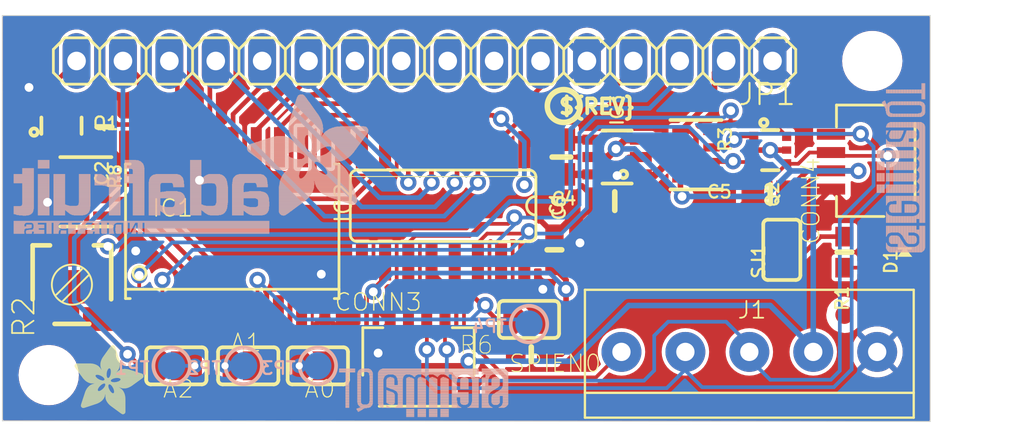
<source format=kicad_pcb>
(kicad_pcb (version 20221018) (generator pcbnew)
  (layers (0 "F.Cu" signal) (1 "In1.Cu" signal) (2 "In2.Cu" signal) (3 "In3.Cu" signal) (4 "In4.Cu" signal) (5 "In5.Cu" signal) (6 "In6.Cu" signal) (7 "In7.Cu" signal) (8 "In8.Cu" signal) (9 "In9.Cu" signal) (10 "In10.Cu" signal) (11 "In11.Cu" signal) (12 "In12.Cu" signal) (13 "In13.Cu" signal) (14 "In14.Cu" signal) (31 "B.Cu" signal) (34 "B.Paste" user) (35 "F.Paste" user) (36 "B.SilkS" user "B.Silkscreen") (37 "F.SilkS" user "F.Silkscreen") (38 "B.Mask" user) (39 "F.Mask" user) (44 "Edge.Cuts" user))
  (net 0 "")
  (net 1 "VCC")
  (net 2 "GND")
  (net 3 "RS")
  (net 4 "E")
  (net 5 "DB4")
  (net 6 "DB6")
  (net 7 "DB7")
  (net 8 "DB5")
  (net 9 "A0")
  (net 10 "A1")
  (net 11 "A2")
  (net 12 "CS")
  (net 13 "LEDK")
  (net 14 "LITE")
  (net 15 "CONTRAST")
  (net 16 "LATCH")
  (net 17 "5.0V")
  (net 18 "CLOCK_5V")
  (net 19 "DATA_5V")
  (net 20 "N$1")
  (net 21 "N$2")
  (net 22 "N$3")
  (net 23 "N$4")
  (net 24 "DATA_LV")
  (net 25 "CLOCK_LV")
  (footprint "working:SOLDERJUMPER_ARROW_NOPASTE" (layer "F.Cu") (at 140.3731 113.0681)
    (fp_text reference "A0")
    (fp_text value "")
  )
  (footprint "working:PLABEL3" (layer "F.Cu") (at 164.5031 108.4961 90)
    (fp_text reference "PLABEL3" hide)
    (fp_text value "" hide)
  )
  (footprint "working:PLABEL2" (layer "F.Cu") (at 161.0741 108.4961 90)
    (fp_text reference "PLABEL2" hide)
    (fp_text value "" hide)
  )
  (footprint "working:FIDUCIAL_1MM" (layer "F.Cu") (at 124.6251 95.2881)
    (fp_text reference "U$1" hide)
    (fp_text value "FIDUCIAL" hide)
  )
  (footprint "working:0603-NO" (layer "F.Cu") (at 153.3271 106.7181 90)
    (fp_text reference "C1")
    (fp_text value "0.1uF")
  )
  (footprint "working:PLABEL4" (layer "F.Cu") (at 157.3911 108.3691 90)
    (fp_text reference "PLABEL4" hide)
    (fp_text value "" hide)
  )
  (footprint "working:JST_SH4" (layer "F.Cu") (at 170.4721 101.8921 90)
    (fp_text reference "CONN4")
    (fp_text value "STEMMA_I2C_QT" hide)
  )
  (footprint "working:0603-NO" (layer "F.Cu") (at 169.2021 106.8451 -90)
    (fp_text reference "R1")
    (fp_text value "10K")
  )
  (footprint "working:PLABEL5" (layer "F.Cu") (at 131.4831 115.4811)
    (fp_text reference "PLABEL5" hide)
    (fp_text value "" hide)
  )
  (footprint "working:RESPACK_4X0603" (layer "F.Cu") (at 127.6731 103.5431 -90)
    (fp_text reference "R8")
    (fp_text value "4.7K Pack")
  )
  (footprint "working:PLABEL0" (layer "F.Cu") (at 168.3131 108.6231 90)
    (fp_text reference "PLABEL0" hide)
    (fp_text value "" hide)
  )
  (footprint "working:PLABEL8" (layer "F.Cu") (at 152.1206 113.7666)
    (fp_text reference "PLABEL8" hide)
    (fp_text value "" hide)
  )
  (footprint "working:SOLDERJUMPER_ARROW_NOPASTE" (layer "F.Cu") (at 136.5631 113.0681)
    (fp_text reference "A1")
    (fp_text value "")
  )
  (footprint "working:SOLDERJUMPER_CLOSEDWIRE" (layer "F.Cu") (at 165.7731 106.7181 90)
    (fp_text reference "SJ1")
    (fp_text value "")
  )
  (footprint "working:SOLDERJUMPER_ARROW_NOPASTE" (layer "F.Cu") (at 132.6261 113.0681)
    (fp_text reference "A2")
    (fp_text value "")
  )
  (footprint "working:PLABEL1" (layer "F.Cu") (at 171.4881 108.7501 90)
    (fp_text reference "PLABEL1" hide)
    (fp_text value "" hide)
  )
  (footprint "working:CHIPLED_0603_NOOUTLINE" (layer "F.Cu") (at 172.5041 106.8451)
    (fp_text reference "D1")
    (fp_text value "GREEN")
  )
  (footprint "working:0805-NO" (layer "F.Cu") (at 165.1381 103.6701 180)
    (fp_text reference "C5")
    (fp_text value "10uF")
  )
  (footprint "working:0805-NO" (layer "F.Cu") (at 156.6291 104.0511 180)
    (fp_text reference "C4")
    (fp_text value "10uF")
  )
  (footprint "working:0603-NO" (layer "F.Cu") (at 128.6891 99.9871 -90)
    (fp_text reference "C2")
    (fp_text value "0.1uF")
  )
  (footprint "working:SOLDERJUMPER_ARROW_NOPASTE" (layer "F.Cu") (at 151.9301 110.5281)
    (fp_text reference "SPIEN0")
    (fp_text value "")
  )
  (footprint "working:PLABEL7" (layer "F.Cu") (at 139.6111 115.3541)
    (fp_text reference "PLABEL7" hide)
    (fp_text value "" hide)
  )
  (footprint "working:ADAFRUIT_3.5MM" (layer "F.Cu") (at 127.0381 115.7351)
    (fp_text reference "U$4" hide)
    (fp_text value "" hide)
  )
  (footprint "working:PCBFEAT-REV-040" (layer "F.Cu") (at 153.8351 98.8441)
    (fp_text reference "U$7" hide)
    (fp_text value "" hide)
  )
  (footprint "working:RESPACK_4X0603" (layer "F.Cu") (at 161.0741 101.5111 -90)
    (fp_text reference "R3")
    (fp_text value "4.7K Pack")
  )
  (footprint "working:PLABEL11" (layer "F.Cu") (at 152.1206 115.0366)
    (fp_text reference "PLABEL11" hide)
    (fp_text value "" hide)
  )
  (footprint "working:0603-NO" (layer "F.Cu") (at 152.0571 112.4331 180)
    (fp_text reference "R6")
    (fp_text value "10K")
  )
  (footprint "working:1X05-3.5MM" (layer "F.Cu") (at 163.9951 112.3061)
    (fp_text reference "J1")
    (fp_text value "1X5" hide)
  )
  (footprint "working:1X16" (layer "F.Cu") (at 146.2151 96.3803 180)
    (fp_text reference "JP1")
    (fp_text value "")
  )
  (footprint "working:FIDUCIAL_1MM" (layer "F.Cu") (at 169.2021 110.2741)
    (fp_text reference "U$2" hide)
    (fp_text value "FIDUCIAL" hide)
  )
  (footprint "working:0805-NO" (layer "F.Cu") (at 153.7081 101.6381 -90)
    (fp_text reference "C6")
    (fp_text value "1uF")
  )
  (footprint "working:SOT23-6" (layer "F.Cu") (at 156.7561 101.6381 90)
    (fp_text reference "IC3")
    (fp_text value "AP3602/RT9361")
  )
  (footprint "working:JST_SH4" (layer "F.Cu") (at 145.8341 112.6871)
    (fp_text reference "CONN3")
    (fp_text value "STEMMA_I2C_QT" hide)
  )
  (footprint "working:SOT363" (layer "F.Cu") (at 165.1381 101.2571 -90)
    (fp_text reference "Q2")
    (fp_text value "BSS138")
  )
  (footprint "working:PLABEL9" (layer "F.Cu") (at 124.3711 109.3851 90)
    (fp_text reference "PLABEL9" hide)
    (fp_text value "" hide)
  )
  (footprint "working:SO18W" (layer "F.Cu") (at 135.6891 105.7021)
    (fp_text reference "IC1")
    (fp_text value "MCP23008/SO")
  )
  (footprint "" (layer "F.Cu") (at 125.6411 113.5761)
    (fp_text reference "@HOLE1" hide)
    (fp_text value "")
  )
  (footprint "" (layer "F.Cu") (at 170.7261 96.3803)
    (fp_text reference "@HOLE0" hide)
    (fp_text value "")
  )
  (footprint "working:SOT363" (layer "F.Cu") (at 126.3396 99.9236)
    (fp_text reference "Q1")
    (fp_text value "BSS138")
  )
  (footprint "working:PLABEL10" (layer "F.Cu") (at 130.0861 99.6061)
    (fp_text reference "PLABEL10" hide)
    (fp_text value "" hide)
  )
  (footprint "working:SO16" (layer "F.Cu") (at 147.2311 104.3051 180)
    (fp_text reference "IC2")
    (fp_text value "74HC595D")
  )
  (footprint "working:RTRIM3314J" (layer "F.Cu") (at 126.9111 108.6231)
    (fp_text reference "R2")
    (fp_text value "3314J-1-104E")
  )
  (footprint "working:PLABEL6" (layer "F.Cu") (at 135.5471 115.3541)
    (fp_text reference "PLABEL6" hide)
    (fp_text value "" hide)
  )
  (footprint "working:TESTPOINT_ROUND_1.5MM" (layer "B.Cu") (at 136.3091 113.0681 180)
    (fp_text reference "TP2")
    (fp_text value "")
  )
  (footprint "working:STEMMAQT" (layer "B.Cu") (at 170.9801 106.8451 90)
    (fp_text reference "U$11" hide)
    (fp_text value "" hide)
  )
  (footprint "working:TESTPOINT_ROUND_1.5MM" (layer "B.Cu") (at 151.9301 110.7821 180)
    (fp_text reference "TP4")
    (fp_text value "")
  )
  (footprint "working:STEMMAQT" (layer "B.Cu") (at 150.7871 115.8621 180)
    (fp_text reference "U$12" hide)
    (fp_text value "" hide)
  )
  (footprint "working:PLABEL12" (layer "B.Cu") (at 169.5831 109.5121 180)
    (fp_text reference "PLABEL12" hide)
    (fp_text value "" hide)
  )
  (footprint "working:TESTPOINT_ROUND_1.5MM" (layer "B.Cu") (at 140.3731 113.0681 180)
    (fp_text reference "TP3")
    (fp_text value "")
  )
  (footprint "working:ADAFRUIT_TEXT_20MM" (layer "B.Cu") (at 143.2941 105.8291 180)
    (fp_text reference "U$23" hide)
    (fp_text value "" hide)
  )
  (footprint "working:TESTPOINT_ROUND_1.5MM" (layer "B.Cu") (at 132.3721 113.0681 180)
    (fp_text reference "TP1")
    (fp_text value "")
  )
  (gr_line (start 123.1061 116.0781) (end 173.9011 116.1161) (stroke (width 0.05)) (layer "Edge.Cuts"))
  (gr_line (start 123.1011 93.8911) (end 123.1061 116.0781) (stroke (width 0.05)) (layer "Edge.Cuts"))
  (gr_line (start 173.9011 93.8911) (end 123.1011 93.8911) (stroke (width 0.05)) (layer "Edge.Cuts"))
  (gr_line (start 173.9011 116.1161) (end 173.9011 93.8911) (stroke (width 0.05)) (layer "Edge.Cuts"))
  (gr_text "" (at 141.5161 99.4791) (layer "F.SilkS") (effects (font (size 0.87376 0.87376) (thickness 0.14224)) (justify left bottom)))
  (segment (start 159.1081 100.6881) (end 159.5501 101.1301) (width 0.4064) (layer "F.Cu") (net 1))
  (segment (start 168.4661 102.3921) (end 169.9561 102.3921) (width 0.3048) (layer "F.Cu") (net 1))
  (segment (start 145.6891 113.0681) (end 145.3341 112.7131) (width 0.3048) (layer "F.Cu") (net 1))
  (segment (start 148.3741 113.0681) (end 145.6891 113.0681) (width 0.3048) (layer "F.Cu") (net 1))
  (segment (start 157.1981 100.6881) (end 158.0561 100.6881) (width 0.4064) (layer "F.Cu") (net 1))
  (segment (start 155.4561 101.6381) (end 156.2481 101.6381) (width 0.4064) (layer "F.Cu") (net 1))
  (segment (start 165.1381 101.2571) (end 166.0381 101.2571) (width 0.3048) (layer "F.Cu") (net 1))
  (segment (start 159.5501 101.1301) (end 160.2051 101.1301) (width 0.4064) (layer "F.Cu") (net 1))
  (segment (start 156.6926 101.1936) (end 157.1981 100.6881) (width 0.4064) (layer "F.Cu") (net 1))
  (segment (start 169.9561 102.3921) (end 169.9641 102.4001) (width 0.3048) (layer "F.Cu") (net 1))
  (segment (start 160.2051 101.1301) (end 160.2241 101.1111) (width 0.4064) (layer "F.Cu") (net 1))
  (segment (start 156.2481 101.6381) (end 156.6926 101.1936) (width 0.4064) (layer "F.Cu") (net 1))
  (segment (start 166.0881 103.6701) (end 166.0881 103.4821) (width 0.3048) (layer "F.Cu") (net 1))
  (segment (start 158.0561 100.6881) (end 159.1081 100.6881) (width 0.4064) (layer "F.Cu") (net 1))
  (segment (start 166.0881 103.4821) (end 167.1781 102.3921) (width 0.3048) (layer "F.Cu") (net 1))
  (segment (start 167.1781 102.3921) (end 168.4661 102.3921) (width 0.3048) (layer "F.Cu") (net 1))
  (segment (start 160.2241 102.8111) (end 160.2241 103.7091) (width 0.3048) (layer "F.Cu") (net 1))
  (segment (start 145.3341 110.6811) (end 145.3341 112.7131) (width 0.3048) (layer "F.Cu") (net 1))
  (segment (start 160.2241 103.7091) (end 160.3121 103.7971) (width 0.3048) (layer "F.Cu") (net 1))
  (segment (start 148.6281 112.8141) (end 148.3741 113.0681) (width 0.3048) (layer "F.Cu") (net 1))
  (segment (start 164.2381 101.2571) (end 165.1381 101.2571) (width 0.3048) (layer "F.Cu") (net 1))
  (via (at 148.6281 112.8141) (size 0.889) (drill 0.4826) (layers "F.Cu" "B.Cu") (net 1))
  (via (at 160.3121 103.7971) (size 0.889) (drill 0.4826) (layers "F.Cu" "B.Cu") (net 1))
  (via (at 156.6926 101.1936) (size 0.889) (drill 0.4826) (layers "F.Cu" "B.Cu") (net 1))
  (via (at 165.1381 101.2571) (size 0.889) (drill 0.4826) (layers "F.Cu" "B.Cu") (net 1))
  (via (at 169.9641 102.4001) (size 0.889) (drill 0.4826) (layers "F.Cu" "B.Cu") (net 1))
  (segment (start 166.2811 102.4001) (end 165.1381 101.2571) (width 0.3048) (layer "B.Cu") (net 1))
  (segment (start 160.3121 103.7971) (end 164.8841 103.7971) (width 0.3048) (layer "B.Cu") (net 1))
  (segment (start 169.9641 102.4001) (end 167.6781 102.4001) (width 0.3048) (layer "B.Cu") (net 1))
  (segment (start 165.1381 109.7661) (end 157.3911 109.7661) (width 0.3048) (layer "B.Cu") (net 1))
  (segment (start 164.8841 103.7971) (end 166.2811 102.4001) (width 0.3048) (layer "B.Cu") (net 1))
  (segment (start 167.4951 112.3061) (end 167.4951 112.1231) (width 0.3048) (layer "B.Cu") (net 1))
  (segment (start 167.6781 102.4001) (end 167.4951 102.5831) (width 0.3048) (layer "B.Cu") (net 1))
  (segment (start 148.6281 112.8141) (end 154.3431 112.8141) (width 0.3048) (layer "B.Cu") (net 1))
  (segment (start 167.4951 112.1231) (end 165.1381 109.7661) (width 0.3048) (layer "B.Cu") (net 1))
  (segment (start 160.3121 103.7971) (end 157.7086 101.1936) (width 0.3048) (layer "B.Cu") (net 1))
  (segment (start 167.4951 102.5831) (end 167.4951 112.3061) (width 0.3048) (layer "B.Cu") (net 1))
  (segment (start 157.7086 101.1936) (end 156.6926 101.1936) (width 0.3048) (layer "B.Cu") (net 1))
  (segment (start 157.3911 109.7661) (end 154.3431 112.8141) (width 0.3048) (layer "B.Cu") (net 1))
  (segment (start 167.6781 102.4001) (end 166.2811 102.4001) (width 0.3048) (layer "B.Cu") (net 1))
  (segment (start 157.3911 101.6381) (end 156.7561 102.2731) (width 0.254) (layer "F.Cu") (net 2))
  (segment (start 156.7561 102.9741) (end 155.6791 104.0511) (width 0.254) (layer "F.Cu") (net 2))
  (segment (start 156.7561 102.6541) (end 156.7561 102.9741) (width 0.254) (layer "F.Cu") (net 2))
  (segment (start 156.7561 102.2731) (end 156.7561 102.6541) (width 0.254) (layer "F.Cu") (net 2))
  (segment (start 158.0561 101.6381) (end 157.3911 101.6381) (width 0.254) (layer "F.Cu") (net 2))
  (via (at 143.6751 112.3696) (size 0.889) (drill 0.4826) (layers "F.Cu" "B.Cu") (net 2))
  (via (at 140.5636 108.0516) (size 0.889) (drill 0.4826) (layers "F.Cu" "B.Cu") (net 2))
  (via (at 152.6921 108.8771) (size 0.889) (drill 0.4826) (layers "F.Cu" "B.Cu") (net 2))
  (via (at 154.7241 106.3371) (size 0.889) (drill 0.4826) (layers "F.Cu" "B.Cu") (net 2))
  (via (at 125.5776 104.1146) (size 0.889) (drill 0.4826) (layers "F.Cu" "B.Cu") (net 2))
  (via (at 124.5616 97.8281) (size 0.889) (drill 0.4826) (layers "F.Cu" "B.Cu") (net 2))
  (via (at 133.8961 102.9081) (size 0.889) (drill 0.4826) (layers "F.Cu" "B.Cu") (net 2))
  (via (at 156.7561 102.6541) (size 0.889) (drill 0.4826) (layers "F.Cu" "B.Cu") (net 2))
  (via (at 130.4036 106.7816) (size 0.889) (drill 0.4826) (layers "F.Cu" "B.Cu") (net 2))
  (segment (start 153.7081 98.4631) (end 155.9941 98.4631) (width 0.254) (layer "F.Cu") (net 3))
  (segment (start 151.6761 101.2317) (end 152.5651 100.3427) (width 0.254) (layer "F.Cu") (net 3))
  (segment (start 150.2791 99.6696) (end 149.9616 99.3521) (width 0.254) (layer "F.Cu") (net 3))
  (segment (start 152.5651 99.6061) (end 153.7081 98.4631) (width 0.254) (layer "F.Cu") (net 3))
  (segment (start 152.5651 99.6061) (end 152.5651 100.3427) (width 0.254) (layer "F.Cu") (net 3))
  (segment (start 140.464821 99.3521) (end 149.9616 99.3521) (width 0.254) (layer "F.Cu") (net 3))
  (segment (start 140.464821 99.3521) (end 139.5441 100.272822) (width 0.254) (layer "F.Cu") (net 3))
  (segment (start 151.6761 103.1621) (end 151.6761 101.2317) (width 0.254) (layer "F.Cu") (net 3))
  (segment (start 157.6451 96.8121) (end 157.6451 96.3803) (width 0.254) (layer "F.Cu") (net 3))
  (segment (start 139.5441 101.1021) (end 139.5441 100.272822) (width 0.254) (layer "F.Cu") (net 3))
  (segment (start 155.9941 98.4631) (end 157.6451 96.8121) (width 0.254) (layer "F.Cu") (net 3))
  (segment (start 150.2791 99.6696) (end 150.4061 99.5426) (width 0.254) (layer "F.Cu") (net 3))
  (via (at 151.6761 103.1621) (size 0.889) (drill 0.4826) (layers "F.Cu" "B.Cu") (net 3))
  (via (at 150.4061 99.5426) (size 0.889) (drill 0.4826) (layers "F.Cu" "B.Cu") (net 3))
  (segment (start 151.6761 100.8126) (end 151.6761 103.1621) (width 0.254) (layer "B.Cu") (net 3))
  (segment (start 150.4061 99.5426) (end 151.6761 100.8126) (width 0.254) (layer "B.Cu") (net 3))
  (segment (start 139.59835 98.7171) (end 138.2741 100.04135) (width 0.254) (layer "F.Cu") (net 4))
  (segment (start 152.5651 97.8281) (end 152.5651 96.3803) (width 0.254) (layer "F.Cu") (net 4))
  (segment (start 138.2741 101.1021) (end 138.2741 100.04135) (width 0.254) (layer "F.Cu") (net 4))
  (segment (start 150.4061 100.638194) (end 150.4061 101.2317) (width 0.254) (layer "F.Cu") (net 4))
  (segment (start 151.2951 99.749194) (end 150.4061 100.638194) (width 0.254) (layer "F.Cu") (net 4))
  (segment (start 151.2951 98.7171) (end 151.6761 98.7171) (width 0.254) (layer "F.Cu") (net 4))
  (segment (start 151.2951 98.7171) (end 151.2951 99.749194) (width 0.254) (layer "F.Cu") (net 4))
  (segment (start 151.6761 98.7171) (end 152.5651 97.8281) (width 0.254) (layer "F.Cu") (net 4))
  (segment (start 139.59835 98.7171) (end 151.2951 98.7171) (width 0.254) (layer "F.Cu") (net 4))
  (segment (start 137.0041 101.1021) (end 137.0041 100.1811) (width 0.254) (layer "F.Cu") (net 5))
  (segment (start 137.0041 100.1811) (end 139.8651 97.3201) (width 0.254) (layer "F.Cu") (net 5))
  (segment (start 145.3261 101.2317) (end 145.3261 103.0351) (width 0.254) (layer "F.Cu") (net 5))
  (segment (start 139.8651 97.3201) (end 139.8651 96.3803) (width 0.254) (layer "F.Cu") (net 5))
  (via (at 145.3261 103.0351) (size 0.889) (drill 0.4826) (layers "F.Cu" "B.Cu") (net 5))
  (segment (start 139.8651 97.5741) (end 139.8651 96.3803) (width 0.254) (layer "B.Cu") (net 5))
  (segment (start 145.3261 103.0351) (end 139.8651 97.5741) (width 0.254) (layer "B.Cu") (net 5))
  (segment (start 147.9931 103.0351) (end 147.8661 103.0351) (width 0.254) (layer "F.Cu") (net 6))
  (segment (start 147.8661 101.2317) (end 147.9931 101.3587) (width 0.254) (layer "F.Cu") (net 6))
  (segment (start 134.7851 96.3803) (end 134.4641 96.7013) (width 0.254) (layer "F.Cu") (net 6))
  (segment (start 147.9931 101.3587) (end 147.9931 103.0351) (width 0.254) (layer "F.Cu") (net 6))
  (segment (start 134.4641 96.7013) (end 134.4641 101.1021) (width 0.254) (layer "F.Cu") (net 6))
  (via (at 147.8661 103.0351) (size 0.889) (drill 0.4826) (layers "F.Cu" "B.Cu") (net 6))
  (segment (start 147.8661 103.2891) (end 146.7866 104.3686) (width 0.254) (layer "B.Cu") (net 6))
  (segment (start 142.7734 104.3686) (end 134.7851 96.3803) (width 0.254) (layer "B.Cu") (net 6))
  (segment (start 147.8661 103.0351) (end 147.8661 103.2891) (width 0.254) (layer "B.Cu") (net 6))
  (segment (start 146.7866 104.3686) (end 142.7734 104.3686) (width 0.254) (layer "B.Cu") (net 6))
  (segment (start 132.2451 96.3803) (end 132.2451 96.8883) (width 0.254) (layer "F.Cu") (net 7))
  (segment (start 132.6861 97.3293) (end 132.6861 98.4351) (width 0.254) (layer "F.Cu") (net 7))
  (segment (start 133.1941 98.9431) (end 132.6861 98.4351) (width 0.254) (layer "F.Cu") (net 7))
  (segment (start 133.1941 98.9431) (end 133.1941 101.1021) (width 0.254) (layer "F.Cu") (net 7))
  (segment (start 132.6861 97.3293) (end 132.2451 96.8883) (width 0.254) (layer "F.Cu") (net 7))
  (segment (start 149.1361 101.2317) (end 149.1361 103.0351) (width 0.254) (layer "F.Cu") (net 7))
  (via (at 149.1361 103.0351) (size 0.889) (drill 0.4826) (layers "F.Cu" "B.Cu") (net 7))
  (segment (start 147.2946 104.8766) (end 140.7414 104.8766) (width 0.254) (layer "B.Cu") (net 7))
  (segment (start 149.1361 103.0351) (end 147.2946 104.8766) (width 0.254) (layer "B.Cu") (net 7))
  (segment (start 140.7414 104.8766) (end 132.2451 96.3803) (width 0.254) (layer "B.Cu") (net 7))
  (segment (start 137.3251 97.7011) (end 137.3251 96.3803) (width 0.254) (layer "F.Cu") (net 8))
  (segment (start 146.5961 101.2317) (end 146.5961 103.0351) (width 0.254) (layer "F.Cu") (net 8))
  (segment (start 135.7341 101.1021) (end 135.7341 99.2921) (width 0.254) (layer "F.Cu") (net 8))
  (segment (start 135.7341 99.2921) (end 137.3251 97.7011) (width 0.254) (layer "F.Cu") (net 8))
  (via (at 146.5961 103.0351) (size 0.889) (drill 0.4826) (layers "F.Cu" "B.Cu") (net 8))
  (segment (start 145.922037 103.8606) (end 143.7386 103.8606) (width 0.254) (layer "B.Cu") (net 8))
  (segment (start 146.5961 103.186538) (end 145.922037 103.8606) (width 0.254) (layer "B.Cu") (net 8))
  (segment (start 143.7386 103.8606) (end 137.3251 97.4471) (width 0.254) (layer "B.Cu") (net 8))
  (segment (start 146.5961 103.0351) (end 146.5961 103.186538) (width 0.254) (layer "B.Cu") (net 8))
  (segment (start 137.3251 97.4471) (end 137.3251 96.3803) (width 0.254) (layer "B.Cu") (net 8))
  (segment (start 130.3211 103.1431) (end 135.6741 108.4961) (width 0.254) (layer "F.Cu") (net 9))
  (segment (start 135.6741 110.3021) (end 135.6741 111.7981) (width 0.254) (layer "F.Cu") (net 9))
  (segment (start 138.0871 111.7981) (end 139.3571 113.0681) (width 0.254) (layer "F.Cu") (net 9))
  (segment (start 138.0871 111.7981) (end 135.6741 111.7981) (width 0.254) (layer "F.Cu") (net 9))
  (segment (start 135.6741 108.4961) (end 135.6741 110.3021) (width 0.254) (layer "F.Cu") (net 9))
  (segment (start 128.5231 103.1431) (end 130.3211 103.1431) (width 0.254) (layer "F.Cu") (net 9))
  (via (at 139.3571 113.0681) (size 0.8001) (drill 0.3937) (layers "F.Cu" "B.Cu") (net 9))
  (segment (start 140.3731 113.0681) (end 139.3571 113.0681) (width 0.2032) (layer "B.Cu") (net 9))
  (segment (start 134.4041 110.3021) (end 134.4041 111.9251) (width 0.254) (layer "F.Cu") (net 10))
  (segment (start 134.4041 111.9251) (end 135.5471 113.0681) (width 0.254) (layer "F.Cu") (net 10))
  (segment (start 128.5231 103.9431) (end 130.1051 103.9431) (width 0.254) (layer "F.Cu") (net 10))
  (segment (start 134.4041 108.2421) (end 134.4041 110.3021) (width 0.254) (layer "F.Cu") (net 10))
  (segment (start 135.5471 113.0681) (end 135.2931 113.0681) (width 0.254) (layer "F.Cu") (net 10))
  (segment (start 134.4041 108.2421) (end 130.1051 103.9431) (width 0.254) (layer "F.Cu") (net 10))
  (via (at 135.2931 113.0681) (size 0.8001) (drill 0.3937) (layers "F.Cu" "B.Cu") (net 10))
  (segment (start 136.3091 113.0681) (end 135.2931 113.0681) (width 0.2032) (layer "B.Cu") (net 10))
  (segment (start 130.1161 104.8431) (end 133.192825 107.919825) (width 0.254) (layer "F.Cu") (net 11))
  (segment (start 133.192825 110.243375) (end 133.1341 110.3021) (width 0.254) (layer "F.Cu") (net 11))
  (segment (start 133.6421 113.0681) (end 133.1341 113.0681) (width 0.254) (layer "F.Cu") (net 11))
  (segment (start 133.1341 110.3021) (end 133.1341 113.0681) (width 0.254) (layer "F.Cu") (net 11))
  (segment (start 133.192825 107.919825) (end 133.192825 110.243375) (width 0.254) (layer "F.Cu") (net 11))
  (segment (start 128.5231 104.8431) (end 130.1161 104.8431) (width 0.254) (layer "F.Cu") (net 11))
  (via (at 133.6421 113.0681) (size 0.8001) (drill 0.3937) (layers "F.Cu" "B.Cu") (net 11))
  (segment (start 132.3721 113.0681) (end 133.6421 113.0681) (width 0.2032) (layer "B.Cu") (net 11))
  (segment (start 149.538937 109.744263) (end 149.4536 109.8296) (width 0.2032) (layer "F.Cu") (net 12))
  (segment (start 147.8661 108.2421) (end 149.4536 109.8296) (width 0.254) (layer "F.Cu") (net 12))
  (segment (start 137.0711 109.949235) (end 136.9441 110.3021) (width 0.2032) (layer "F.Cu") (net 12))
  (segment (start 150.1521 110.5281) (end 150.9141 110.5281) (width 0.254) (layer "F.Cu") (net 12))
  (segment (start 150.9141 110.5281) (end 150.9141 112.1401) (width 0.254) (layer "F.Cu") (net 12))
  (segment (start 150.9141 112.1401) (end 151.2071 112.4331) (width 0.254) (layer "F.Cu") (net 12))
  (segment (start 147.8661 107.3785) (end 147.8661 108.2421) (width 0.254) (layer "F.Cu") (net 12))
  (segment (start 137.0711 108.3691) (end 137.0711 109.949235) (width 0.2032) (layer "F.Cu") (net 12))
  (segment (start 149.4536 109.8296) (end 150.1521 110.5281) (width 0.254) (layer "F.Cu") (net 12))
  (via (at 149.538937 109.744263) (size 0.889) (drill 0.4826) (layers "F.Cu" "B.Cu") (net 12))
  (via (at 137.0711 108.3691) (size 0.889) (drill 0.4826) (layers "F.Cu" "B.Cu") (net 12))
  (segment (start 151.6761 110.5281) (end 151.9301 110.7821) (width 0.2032) (layer "B.Cu") (net 12))
  (segment (start 137.0711 108.3691) (end 139.2301 110.5281) (width 0.2032) (layer "B.Cu") (net 12))
  (segment (start 148.7551 110.5281) (end 149.538937 109.744263) (width 0.2032) (layer "B.Cu") (net 12))
  (segment (start 148.7551 110.5281) (end 151.6761 110.5281) (width 0.2032) (layer "B.Cu") (net 12))
  (segment (start 139.2301 110.5281) (end 148.7551 110.5281) (width 0.2032) (layer "B.Cu") (net 12))
  (segment (start 125.5896 97.9558) (end 127.1651 96.3803) (width 0.254) (layer "F.Cu") (net 13))
  (segment (start 125.5896 99.0236) (end 125.5896 97.9558) (width 0.254) (layer "F.Cu") (net 13))
  (segment (start 128.5231 102.2431) (end 128.0426 102.2431) (width 0.254) (layer "F.Cu") (net 14))
  (segment (start 131.950503 102.5606) (end 128.8406 102.5606) (width 0.254) (layer "F.Cu") (net 14))
  (segment (start 126.5936 101.4586) (end 126.3396 101.2046) (width 0.254) (layer "F.Cu") (net 14))
  (segment (start 131.8941 101.1021) (end 131.8941 102.8111) (width 0.254) (layer "F.Cu") (net 14))
  (segment (start 144.0561 102.1461) (end 144.0561 101.2317) (width 0.254) (layer "F.Cu") (net 14))
  (segment (start 127.2581 101.4586) (end 126.5936 101.4586) (width 0.254) (layer "F.Cu") (net 14))
  (segment (start 126.3396 100.8236) (end 126.3396 101.2046) (width 0.254) (layer "F.Cu") (net 14))
  (segment (start 142.2781 103.9241) (end 144.0561 102.1461) (width 0.254) (layer "F.Cu") (net 14))
  (segment (start 131.8941 102.434038) (end 131.8941 101.1021) (width 0.254) (layer "F.Cu") (net 14))
  (segment (start 128.5231 102.2431) (end 128.8406 102.5606) (width 0.254) (layer "F.Cu") (net 14))
  (segment (start 133.0071 103.9241) (end 142.2781 103.9241) (width 0.254) (layer "F.Cu") (net 14))
  (segment (start 128.0426 102.2431) (end 127.2581 101.4586) (width 0.254) (layer "F.Cu") (net 14))
  (segment (start 131.8941 102.8111) (end 133.0071 103.9241) (width 0.254) (layer "F.Cu") (net 14))
  (segment (start 131.950503 102.5606) (end 131.8941 102.434038) (width 0.254) (layer "F.Cu") (net 14))
  (segment (start 126.9111 106.6231) (end 127.0701 106.4641) (width 0.254) (layer "F.Cu") (net 15))
  (segment (start 128.8161 106.4641) (end 127.0701 106.4641) (width 0.254) (layer "F.Cu") (net 15))
  (segment (start 128.8796 106.5276) (end 128.8161 106.4641) (width 0.254) (layer "F.Cu") (net 15))
  (via (at 128.8796 106.5276) (size 0.889) (drill 0.4826) (layers "F.Cu" "B.Cu") (net 15))
  (segment (start 150.9014 104.0638) (end 153.9494 104.0638) (width 0.254) (layer "B.Cu") (net 15))
  (segment (start 160.1851 97.3201) (end 160.1851 96.3803) (width 0.254) (layer "B.Cu") (net 15))
  (segment (start 130.0353 105.8799) (end 149.0853 105.8799) (width 0.254) (layer "B.Cu") (net 15))
  (segment (start 153.9494 104.0638) (end 154.2161 103.7971) (width 0.254) (layer "B.Cu") (net 15))
  (segment (start 154.2161 103.7971) (end 154.2161 100.1141) (width 0.254) (layer "B.Cu") (net 15))
  (segment (start 149.0853 105.8799) (end 150.9014 104.0638) (width 0.254) (layer "B.Cu") (net 15))
  (segment (start 128.8796 106.5276) (end 129.3876 106.5276) (width 0.254) (layer "B.Cu") (net 15))
  (segment (start 154.2161 100.1141) (end 155.3591 98.9711) (width 0.254) (layer "B.Cu") (net 15))
  (segment (start 130.0353 105.8799) (end 129.3876 106.5276) (width 0.254) (layer "B.Cu") (net 15))
  (segment (start 155.3591 98.9711) (end 158.5341 98.9711) (width 0.254) (layer "B.Cu") (net 15))
  (segment (start 158.5341 98.9711) (end 160.1851 97.3201) (width 0.254) (layer "B.Cu") (net 15))
  (segment (start 147.40965 108.6993) (end 147.4343 108.6993) (width 0.2032) (layer "F.Cu") (net 16))
  (segment (start 148.3741 111.4171) (end 150.6601 113.7031) (width 0.2032) (layer "F.Cu") (net 16))
  (segment (start 146.5961 107.88575) (end 147.40965 108.6993) (width 0.2032) (layer "F.Cu") (net 16))
  (segment (start 146.5961 107.3785) (end 146.5961 107.88575) (width 0.2032) (layer "F.Cu") (net 16))
  (segment (start 148.3741 109.6391) (end 148.3741 111.4171) (width 0.2032) (layer "F.Cu") (net 16))
  (segment (start 147.4343 108.6993) (end 148.3741 109.6391) (width 0.2032) (layer "F.Cu") (net 16))
  (segment (start 155.5981 113.7031) (end 156.9951 112.3061) (width 0.2032) (layer "F.Cu") (net 16))
  (segment (start 150.6601 113.7031) (end 155.5981 113.7031) (width 0.2032) (layer "F.Cu") (net 16))
  (segment (start 130.5941 99.8601) (end 130.5941 101.1021) (width 0.254) (layer "F.Cu") (net 17))
  (segment (start 143.0401 109.2581) (end 143.4211 108.8771) (width 0.254) (layer "F.Cu") (net 17))
  (segment (start 158.0561 102.5881) (end 158.0561 102.6541) (width 0.4064) (layer "F.Cu") (net 17))
  (segment (start 158.0561 102.6541) (end 158.0561 103.5741) (width 0.4064) (layer "F.Cu") (net 17))
  (segment (start 160.2241 100.2111) (end 162.0901 98.3451) (width 0.3048) (layer "F.Cu") (net 17))
  (segment (start 162.0901 97.0153) (end 162.7251 96.3803) (width 0.3048) (layer "F.Cu") (net 17))
  (segment (start 158.7881 102.6541) (end 158.0561 102.6541) (width 0.4064) (layer "F.Cu") (net 17))
  (segment (start 144.0561 108.2421) (end 144.0561 107.3785) (width 0.254) (layer "F.Cu") (net 17))
  (segment (start 160.9281 101.9111) (end 160.2241 101.9111) (width 0.3048) (layer "F.Cu") (net 17))
  (segment (start 165.7731 105.9561) (end 157.7721 105.9561) (width 0.2032) (layer "F.Cu") (net 17))
  (segment (start 141.3891 113.7031) (end 141.3891 113.0681) (width 0.254) (layer "F.Cu") (net 17))
  (segment (start 160.2241 101.9111) (end 159.5311 101.9111) (width 0.4064) (layer "F.Cu") (net 17))
  (segment (start 157.7721 105.9561) (end 157.5791 106.1491) (width 0.2032) (layer "F.Cu") (net 17))
  (segment (start 131.4831 113.1316) (end 131.8641 113.1316) (width 0.254) (layer "F.Cu") (net 17))
  (segment (start 158.0561 103.5741) (end 157.5791 104.0511) (width 0.4064) (layer "F.Cu") (net 17))
  (segment (start 128.4031 110.5061) (end 128.4031 110.8771) (width 0.254) (layer "F.Cu") (net 17))
  (segment (start 131.6101 114.3381) (end 137.5791 114.3381) (width 0.254) (layer "F.Cu") (net 17))
  (segment (start 141.3891 113.7031) (end 140.7541 114.3381) (width 0.254) (layer "F.Cu") (net 17))
  (segment (start 153.1375 107.3785) (end 151.6761 107.3785) (width 0.3048) (layer "F.Cu") (net 17))
  (segment (start 130.6576 113.1316) (end 129.9591 112.4331) (width 0.254) (layer "F.Cu") (net 17))
  (segment (start 143.4211 108.8771) (end 144.0561 108.2421) (width 0.254) (layer "F.Cu") (net 17))
  (segment (start 153.3271 107.5681) (end 153.1375 107.3785) (width 0.3048) (layer "F.Cu") (net 17))
  (segment (start 143.4211 109.005688) (end 143.409987 109.0168) (width 0.254) (layer "F.Cu") (net 17))
  (segment (start 153.9621 112.1791) (end 153.9621 108.8771) (width 0.3048) (layer "F.Cu") (net 17))
  (segment (start 161.0741 100.4951) (end 161.0741 101.7651) (width 0.3048) (layer "F.Cu") (net 17))
  (segment (start 143.4211 108.8771) (end 143.4211 109.005688) (width 0.254) (layer "F.Cu") (net 17))
  (segment (start 156.1601 107.5681) (end 157.5791 106.1491) (width 0.3048) (layer "F.Cu") (net 17))
  (segment (start 137.5791 114.3381) (end 137.5791 113.0681) (width 0.254) (layer "F.Cu") (net 17))
  (segment (start 153.7081 112.4331) (end 153.9621 112.1791) (width 0.3048) (layer "F.Cu") (net 17))
  (segment (start 160.2241 100.2111) (end 160.7901 100.2111) (width 0.3048) (layer "F.Cu") (net 17))
  (segment (start 141.1351 112.8141) (end 143.0401 110.9091) (width 0.254) (layer "F.Cu") (net 17))
  (segment (start 129.7051 96.3803) (end 130.5941 97.2693) (width 0.254) (layer "F.Cu") (net 17))
  (segment (start 143.0401 110.9091) (end 143.0401 109.2581) (width 0.254) (layer "F.Cu") (net 17))
  (segment (start 129.4121 99.8601) (end 130.5941 99.8601) (width 0.254) (layer "F.Cu") (net 17))
  (segment (start 157.5791 106.1491) (end 157.5791 104.0511) (width 0.3048) (layer "F.Cu") (net 17))
  (segment (start 152.9071 112.4331) (end 153.7081 112.4331) (width 0.3048) (layer "F.Cu") (net 17))
  (segment (start 153.9621 108.3691) (end 153.3271 107.7341) (width 0.3048) (layer "F.Cu") (net 17))
  (segment (start 130.6576 113.1316) (end 131.4831 113.1316) (width 0.254) (layer "F.Cu") (net 17))
  (segment (start 131.6101 113.16335) (end 131.6101 114.3381) (width 0.254) (layer "F.Cu") (net 17))
  (segment (start 128.6891 99.1371) (end 129.4121 99.8601) (width 0.254) (layer "F.Cu") (net 17))
  (segment (start 153.3271 107.5681) (end 156.1601 107.5681) (width 0.3048) (layer "F.Cu") (net 17))
  (segment (start 159.5311 101.9111) (end 158.7881 102.6541) (width 0.4064) (layer "F.Cu") (net 17))
  (segment (start 153.3271 107.7341) (end 153.3271 107.5681) (width 0.3048) (layer "F.Cu") (net 17))
  (segment (start 141.3891 113.0681) (end 141.1351 112.8141) (width 0.254) (layer "F.Cu") (net 17))
  (segment (start 153.9621 108.8771) (end 153.9621 108.3691) (width 0.3048) (layer "F.Cu") (net 17))
  (segment (start 162.0901 98.3451) (end 162.0901 97.0153) (width 0.3048) (layer "F.Cu") (net 17))
  (segment (start 161.0741 101.7651) (end 160.9281 101.9111) (width 0.3048) (layer "F.Cu") (net 17))
  (segment (start 131.6101 113.0681) (end 131.8641 113.1316) (width 0.254) (layer "F.Cu") (net 17))
  (segment (start 137.5791 114.3381) (end 140.7541 114.3381) (width 0.254) (layer "F.Cu") (net 17))
  (segment (start 131.4831 113.1316) (end 131.6101 113.16335) (width 0.254) (layer "F.Cu") (net 17))
  (segment (start 160.7901 100.2111) (end 161.0741 100.4951) (width 0.3048) (layer "F.Cu") (net 17))
  (segment (start 130.5941 97.2693) (end 130.5941 99.8601) (width 0.254) (layer "F.Cu") (net 17))
  (segment (start 128.4031 110.8771) (end 129.9591 112.4331) (width 0.254) (layer "F.Cu") (net 17))
  (via (at 153.9621 108.8771) (size 0.889) (drill 0.4826) (layers "F.Cu" "B.Cu") (net 17))
  (via (at 143.409987 109.0168) (size 0.889) (drill 0.4826) (layers "F.Cu" "B.Cu") (net 17))
  (via (at 129.9591 112.4331) (size 0.889) (drill 0.4826) (layers "F.Cu" "B.Cu") (net 17))
  (segment (start 153.0731 107.9881) (end 153.9621 108.8771) (width 0.254) (layer "B.Cu") (net 17))
  (segment (start 143.409987 109.0168) (end 144.438687 107.9881) (width 0.254) (layer "B.Cu") (net 17))
  (segment (start 127.0381 106.0831) (end 127.0381 109.5121) (width 0.254) (layer "B.Cu") (net 17))
  (segment (start 129.9591 112.4331) (end 127.0381 109.5121) (width 0.254) (layer "B.Cu") (net 17))
  (segment (start 129.7051 103.4161) (end 127.0381 106.0831) (width 0.254) (layer "B.Cu") (net 17))
  (segment (start 129.7051 96.3803) (end 129.7051 103.4161) (width 0.254) (layer "B.Cu") (net 17))
  (segment (start 144.438687 107.9881) (end 153.0731 107.9881) (width 0.254) (layer "B.Cu") (net 17))
  (segment (start 150.791893 105.2957) (end 151.134793 104.9528) (width 0.2032) (layer "F.Cu") (net 18))
  (segment (start 145.3261 107.3785) (end 145.3261 106.3371) (width 0.2032) (layer "F.Cu") (net 18))
  (segment (start 162.9791 99.6061) (end 162.8521 99.7331) (width 0.2032) (layer "F.Cu") (net 18))
  (segment (start 148.688362 105.9561) (end 149.348762 105.2957) (width 0.2032) (layer "F.Cu") (net 18))
  (segment (start 145.3261 106.3371) (end 145.7071 105.9561) (width 0.2032) (layer "F.Cu") (net 18))
  (segment (start 161.9241 100.2111) (end 162.4021 99.7331) (width 0.2032) (layer "F.Cu") (net 18))
  (segment (start 162.4021 99.7331) (end 162.8521 99.7331) (width 0.2032) (layer "F.Cu") (net 18))
  (segment (start 145.7071 105.9561) (end 148.688362 105.9561) (width 0.2032) (layer "F.Cu") (net 18))
  (segment (start 162.9791 99.0981) (end 162.9791 99.6061) (width 0.2032) (layer "F.Cu") (net 18))
  (segment (start 149.348762 105.2957) (end 150.791893 105.2957) (width 0.2032) (layer "F.Cu") (net 18))
  (segment (start 165.2641 99.7331) (end 166.0381 100.5071) (width 0.2032) (layer "F.Cu") (net 18))
  (segment (start 130.5941 108.1151) (end 130.5941 110.3021) (width 0.2032) (layer "F.Cu") (net 18))
  (segment (start 162.8521 99.7331) (end 165.2641 99.7331) (width 0.2032) (layer "F.Cu") (net 18))
  (via (at 151.134793 104.9528) (size 0.889) (drill 0.4826) (layers "F.Cu" "B.Cu") (net 18))
  (via (at 130.5941 108.1151) (size 0.889) (drill 0.4826) (layers "F.Cu" "B.Cu") (net 18))
  (via (at 162.9791 99.0981) (size 0.889) (drill 0.4826) (layers "F.Cu" "B.Cu") (net 18))
  (segment (start 151.134793 104.9528) (end 154.009662 104.9528) (width 0.2032) (layer "B.Cu") (net 18))
  (segment (start 162.5981 99.4791) (end 162.9791 99.0981) (width 0.2032) (layer "B.Cu") (net 18))
  (segment (start 151.134793 105.329007) (end 150.1521 106.3117) (width 0.2032) (layer "B.Cu") (net 18))
  (segment (start 150.1521 106.3117) (end 132.3975 106.3117) (width 0.2032) (layer "B.Cu") (net 18))
  (segment (start 132.3975 106.3117) (end 130.5941 108.1151) (width 0.2032) (layer "B.Cu") (net 18))
  (segment (start 154.6987 100.326763) (end 155.546362 99.4791) (width 0.2032) (layer "B.Cu") (net 18))
  (segment (start 162.5981 99.4791) (end 155.546362 99.4791) (width 0.2032) (layer "B.Cu") (net 18))
  (segment (start 151.134793 104.9528) (end 151.134793 105.329007) (width 0.2032) (layer "B.Cu") (net 18))
  (segment (start 154.009662 104.9528) (end 154.6987 104.263763) (width 0.2032) (layer "B.Cu") (net 18))
  (segment (start 154.6987 104.263763) (end 154.6987 100.326763) (width 0.2032) (layer "B.Cu") (net 18))
  (segment (start 149.1361 107.3785) (end 149.1361 106.3371) (width 0.2032) (layer "F.Cu") (net 19))
  (segment (start 163.061 101.9111) (end 164.1421 101.9111) (width 0.2032) (layer "F.Cu") (net 19))
  (segment (start 163.1061 101.866) (end 163.061 101.9111) (width 0.2032) (layer "F.Cu") (net 19))
  (segment (start 151.8031 105.8291) (end 151.9301 105.7021) (width 0.2032) (layer "F.Cu") (net 19))
  (segment (start 149.1361 106.3371) (end 149.6441 105.8291) (width 0.2032) (layer "F.Cu") (net 19))
  (segment (start 164.1421 101.9111) (end 164.2381 102.0071) (width 0.2032) (layer "F.Cu") (net 19))
  (segment (start 151.8031 105.8291) (end 149.6441 105.8291) (width 0.2032) (layer "F.Cu") (net 19))
  (segment (start 131.8641 108.3691) (end 131.8641 110.3021) (width 0.2032) (layer "F.Cu") (net 19))
  (segment (start 161.9241 101.9111) (end 163.061 101.9111) (width 0.2032) (layer "F.Cu") (net 19))
  (via (at 151.9301 105.7021) (size 0.889) (drill 0.4826) (layers "F.Cu" "B.Cu") (net 19))
  (via (at 131.8641 108.3691) (size 0.889) (drill 0.4826) (layers "F.Cu" "B.Cu") (net 19))
  (via (at 163.1061 101.866) (size 0.889) (drill 0.4826) (layers "F.Cu" "B.Cu") (net 19))
  (segment (start 151.9301 105.7021) (end 152.0571 105.8291) (width 0.2032) (layer "B.Cu") (net 19))
  (segment (start 153.7081 105.8291) (end 152.0571 105.8291) (width 0.2032) (layer "B.Cu") (net 19))
  (segment (start 162.572 101.866) (end 163.1061 101.866) (width 0.2032) (layer "B.Cu") (net 19))
  (segment (start 160.6931 99.9871) (end 162.572 101.866) (width 0.2032) (layer "B.Cu") (net 19))
  (segment (start 155.1051 104.4321) (end 155.1051 100.6221) (width 0.2032) (layer "B.Cu") (net 19))
  (segment (start 155.1051 100.6221) (end 155.7401 99.9871) (width 0.2032) (layer "B.Cu") (net 19))
  (segment (start 150.9141 106.7181) (end 133.5151 106.7181) (width 0.2032) (layer "B.Cu") (net 19))
  (segment (start 155.7401 99.9871) (end 160.6931 99.9871) (width 0.2032) (layer "B.Cu") (net 19))
  (segment (start 133.5151 106.7181) (end 131.8641 108.3691) (width 0.2032) (layer "B.Cu") (net 19))
  (segment (start 153.7081 105.8291) (end 155.1051 104.4321) (width 0.2032) (layer "B.Cu") (net 19))
  (segment (start 151.9301 105.7021) (end 150.9141 106.7181) (width 0.2032) (layer "B.Cu") (net 19))
  (segment (start 172.5041 107.5951) (end 172.4041 107.6951) (width 0.2032) (layer "F.Cu") (net 20))
  (segment (start 172.4041 107.6951) (end 169.2021 107.6951) (width 0.2032) (layer "F.Cu") (net 20))
  (segment (start 166.4081 107.4801) (end 165.7731 107.4801) (width 0.254) (layer "F.Cu") (net 21))
  (segment (start 169.2021 105.9951) (end 167.8931 105.9951) (width 0.254) (layer "F.Cu") (net 21))
  (segment (start 167.8931 105.9951) (end 166.4081 107.4801) (width 0.254) (layer "F.Cu") (net 21))
  (segment (start 155.4561 102.5881) (end 153.7081 102.5881) (width 0.4064) (layer "F.Cu") (net 22))
  (segment (start 153.7081 100.6881) (end 155.4561 100.6881) (width 0.4064) (layer "F.Cu") (net 23))
  (segment (start 146.3421 110.6891) (end 146.3421 112.1791) (width 0.2032) (layer "F.Cu") (net 24))
  (segment (start 146.3341 110.6811) (end 146.3421 110.6891) (width 0.2032) (layer "F.Cu") (net 24))
  (segment (start 162.99205 103.0651) (end 163.44185 102.6153) (width 0.2032) (layer "F.Cu") (net 24))
  (segment (start 171.572206 101.5746) (end 168.6486 101.5746) (width 0.2032) (layer "F.Cu") (net 24))
  (segment (start 162.99205 103.0651) (end 162.1781 103.0651) (width 0.2032) (layer "F.Cu") (net 24))
  (segment (start 168.6486 101.5746) (end 168.4661 101.3921) (width 0.2032) (layer "F.Cu") (net 24))
  (segment (start 165.4299 102.6153) (end 166.0381 102.0071) (width 0.2032) (layer "F.Cu") (net 24))
  (segment (start 167.2891 101.3921) (end 166.6741 102.0071) (width 0.2032) (layer "F.Cu") (net 24))
  (segment (start 167.2891 101.3921) (end 168.4661 101.3921) (width 0.2032) (layer "F.Cu") (net 24))
  (segment (start 161.9241 102.8111) (end 162.1781 103.0651) (width 0.2032) (layer "F.Cu") (net 24))
  (segment (start 166.6741 102.0071) (end 166.0381 102.0071) (width 0.2032) (layer "F.Cu") (net 24))
  (segment (start 163.44185 102.6153) (end 165.4299 102.6153) (width 0.2032) (layer "F.Cu") (net 24))
  (via (at 146.3421 112.1791) (size 0.889) (drill 0.4826) (layers "F.Cu" "B.Cu") (net 24))
  (via (at 171.572206 101.5746) (size 0.889) (drill 0.4826) (layers "F.Cu" "B.Cu") (net 24))
  (segment (start 161.4095 114.2365) (end 168.6231 114.2365) (width 0.2032) (layer "B.Cu") (net 24))
  (segment (start 161.4095 114.2365) (end 160.4951 113.3221) (width 0.2032) (layer "B.Cu") (net 24))
  (segment (start 146.3421 112.1791) (end 146.3421 113.7031) (width 0.2032) (layer "B.Cu") (net 24))
  (segment (start 159.4739 114.2873) (end 160.4951 113.2661) (width 0.2032) (layer "B.Cu") (net 24))
  (segment (start 171.572206 103.0986) (end 171.572206 101.5746) (width 0.2032) (layer "B.Cu") (net 24))
  (segment (start 146.3421 113.7031) (end 146.9263 114.2873) (width 0.2032) (layer "B.Cu") (net 24))
  (segment (start 169.5981 105.072707) (end 171.572206 103.0986) (width 0.2032) (layer "B.Cu") (net 24))
  (segment (start 146.9263 114.2873) (end 159.4739 114.2873) (width 0.2032) (layer "B.Cu") (net 24))
  (segment (start 169.5981 113.2615) (end 169.5981 105.072707) (width 0.2032) (layer "B.Cu") (net 24))
  (segment (start 160.4951 113.2661) (end 160.4951 112.3061) (width 0.2032) (layer "B.Cu") (net 24))
  (segment (start 168.6231 114.2365) (end 169.5981 113.2615) (width 0.2032) (layer "B.Cu") (net 24))
  (segment (start 160.4951 112.3061) (end 160.4951 113.3221) (width 0.2032) (layer "B.Cu") (net 24))
  (segment (start 163.1696 100.6856) (end 162.7441 101.1111) (width 0.2032) (layer "F.Cu") (net 25))
  (segment (start 163.3481 100.5071) (end 163.1696 100.6856) (width 0.2032) (layer "F.Cu") (net 25))
  (segment (start 147.3341 112.0789) (end 147.4343 112.1791) (width 0.2032) (layer "F.Cu") (net 25))
  (segment (start 164.2381 100.5071) (end 163.3481 100.5071) (width 0.2032) (layer "F.Cu") (net 25))
  (segment (start 162.7441 101.1111) (end 161.9241 101.1111) (width 0.2032) (layer "F.Cu") (net 25))
  (segment (start 170.0911 100.3681) (end 170.0671 100.3921) (width 0.2032) (layer "F.Cu") (net 25))
  (segment (start 170.0671 100.3921) (end 168.4661 100.3921) (width 0.2032) (layer "F.Cu") (net 25))
  (segment (start 147.3341 110.6811) (end 147.3341 112.0789) (width 0.2032) (layer "F.Cu") (net 25))
  (via (at 147.4343 112.1791) (size 0.889) (drill 0.4826) (layers "F.Cu" "B.Cu") (net 25))
  (via (at 163.1696 100.6856) (size 0.889) (drill 0.4826) (layers "F.Cu" "B.Cu") (net 25))
  (via (at 170.0911 100.3681) (size 0.889) (drill 0.4826) (layers "F.Cu" "B.Cu") (net 25))
  (segment (start 158.7881 113.3221) (end 158.7881 111.4171) (width 0.2032) (layer "B.Cu") (net 25))
  (segment (start 168.454762 113.8301) (end 165.1381 113.8301) (width 0.2032) (layer "B.Cu") (net 25))
  (segment (start 163.4871 100.3681) (end 170.0911 100.3681) (width 0.2032) (layer "B.Cu") (net 25))
  (segment (start 170.0911 100.3681) (end 170.797506 101.074507) (width 0.2032) (layer "B.Cu") (net 25))
  (segment (start 170.797506 101.074507) (end 170.797506 103.201107) (width 0.2032) (layer "B.Cu") (net 25))
  (segment (start 158.2293 113.8809) (end 158.7881 113.3221) (width 0.2032) (layer "B.Cu") (net 25))
  (segment (start 158.7881 111.4171) (end 159.5501 110.6551) (width 0.2032) (layer "B.Cu") (net 25))
  (segment (start 165.1381 113.8301) (end 163.9951 112.6871) (width 0.2032) (layer "B.Cu") (net 25))
  (segment (start 147.4343 112.1791) (end 147.4343 113.4491) (width 0.2032) (layer "B.Cu") (net 25))
  (segment (start 147.4343 113.4491) (end 147.8661 113.8809) (width 0.2032) (layer "B.Cu") (net 25))
  (segment (start 163.9951 112.6871) (end 163.9951 112.3061) (width 0.2032) (layer "B.Cu") (net 25))
  (segment (start 170.797506 103.201107) (end 168.9481 105.050513) (width 0.2032) (layer "B.Cu") (net 25))
  (segment (start 147.8661 113.8809) (end 158.2293 113.8809) (width 0.2032) (layer "B.Cu") (net 25))
  (segment (start 168.9481 105.050513) (end 168.9481 113.336763) (width 0.2032) (layer "B.Cu") (net 25))
  (segment (start 163.9951 111.9251) (end 163.9951 112.3061) (width 0.2032) (layer "B.Cu") (net 25))
  (segment (start 163.1696 100.6856) (end 163.4871 100.3681) (width 0.2032) (layer "B.Cu") (net 25))
  (segment (start 168.9481 113.336763) (end 168.454762 113.8301) (width 0.2032) (layer "B.Cu") (net 25))
  (segment (start 159.5501 110.6551) (end 162.7251 110.6551) (width 0.2032) (layer "B.Cu") (net 25))
  (segment (start 162.7251 110.6551) (end 163.9951 111.9251) (width 0.2032) (layer "B.Cu") (net 25))
  (zone (net 2) (net_name "GND") (layer "F.Cu") (priority 6) (connect_pads (clearance 0.000001)) (min_thickness 0.127) (fill yes (thermal_gap 0.304) (thermal_bridge_width 0.304))
    (polygon (pts (xy 174.0281 116.2431) (xy 122.9741 116.2431) (xy 122.9741 93.7641) (xy 174.0281 93.7641)))
  )
  (zone (net 2) (net_name "GND") (layer "B.Cu") (priority 6) (connect_pads (clearance 0.000001)) (min_thickness 0.127) (fill yes (thermal_gap 0.304) (thermal_bridge_width 0.304))
    (polygon (pts (xy 174.0281 116.2431) (xy 122.9741 116.2431) (xy 122.9741 93.7641) (xy 174.0281 93.7641)))
  )
)
</source>
